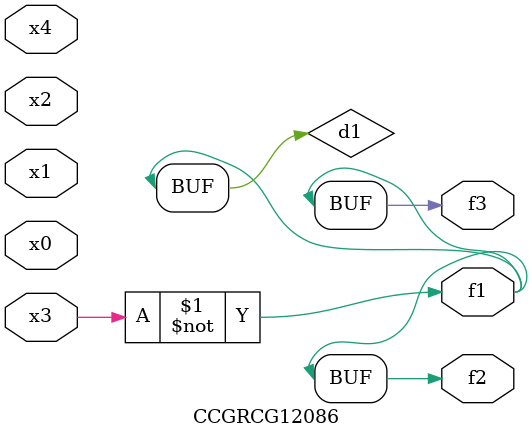
<source format=v>
module CCGRCG12086(
	input x0, x1, x2, x3, x4,
	output f1, f2, f3
);

	wire d1, d2;

	xnor (d1, x3);
	not (d2, x1);
	assign f1 = d1;
	assign f2 = d1;
	assign f3 = d1;
endmodule

</source>
